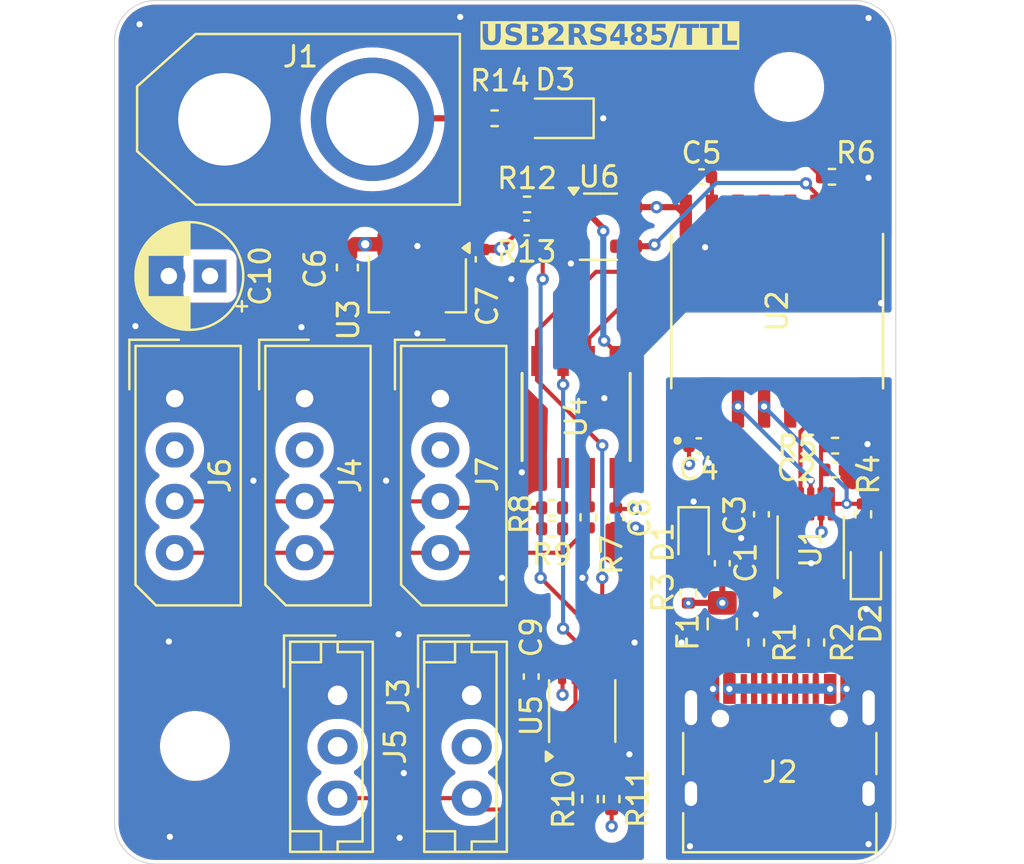
<source format=kicad_pcb>
(kicad_pcb (version 20240108) (generator "pcbnew") (generator_version "8.0")
  (layers (0 "F.Cu" signal) (1 "In1.Cu" signal) (2 "In2.Cu" signal) (31 "B.Cu" signal) (34 "B.Paste" user) (35 "F.Paste" user) (36 "B.SilkS" user "B.Silkscreen") (37 "F.SilkS" user "F.Silkscreen") (38 "B.Mask" user) (39 "F.Mask" user) (44 "Edge.Cuts" user))
  (net 0 "")
  (net 1 "GND")
  (net 2 "+5V")
  (net 3 "Net-(U1-V3)")
  (net 4 "+5VP")
  (net 5 "GNDPWR")
  (net 6 "+12V")
  (net 7 "Net-(D1-A)")
  (net 8 "Net-(D2-A)")
  (net 9 "Net-(F1-Pad1)")
  (net 10 "/D+")
  (net 12 "Net-(J2-CC2)")
  (net 14 "Net-(J2-CC1)")
  (net 15 "/D-")
  (net 16 "/DATA")
  (net 17 "/B")
  (net 18 "/A")
  (net 19 "/TXNOW")
  (net 20 "Net-(U2-EN1)")
  (net 21 "Net-(U2-EN2)")
  (net 22 "Net-(U4-B)")
  (net 23 "Net-(U4-A)")
  (net 24 "Net-(U5-A1)")
  (net 25 "Net-(U4-RO)")
  (net 26 "Net-(U5-Y1)")
  (net 27 "/TXD")
  (net 29 "/RXD")
  (net 33 "/TX")
  (net 34 "/TXEN")
  (net 35 "/RX")
  (net 36 "Net-(D3-A)")
  (footprint "Capacitor_SMD:C_0402_1005Metric" (layer "F.Cu") (at 74.8284 77.5488 -90)
    (property "Reference" "C8")
    (property "Value" "0.1u")
  )
  (footprint "Resistor_SMD:R_0402_1005Metric" (layer "F.Cu") (at 73.491 77.52515 -90)
    (property "Reference" "R7")
    (property "Value" "10")
  )
  (footprint "MountingHole:MountingHole_3.2mm_M3" (layer "F.Cu") (at 54.356 88.646)
    (property "Reference" "REF**" (hide yes))
    (property "Value" "MountingHole_3.2mm_M3")
  )
  (footprint "LED_SMD:LED_0603_1608Metric" (layer "F.Cu") (at 86.993 80.0185 90)
    (property "Reference" "D2")
    (property "Value" "LED_Small")
  )
  (footprint "Resistor_SMD:R_0402_1005Metric" (layer "F.Cu") (at 86.866 77.379 -90)
    (property "Reference" "R4")
    (property "Value" "470")
  )
  (footprint "Resistor_SMD:R_0402_1005Metric" (layer "F.Cu") (at 85.342 60.96 180)
    (property "Reference" "R6")
    (property "Value" "4k7")
  )
  (footprint "Connector_JST:JST_EH_B3B-EH-A_1x03_P2.50mm_Vertical" (layer "F.Cu") (at 67.818 86.186 -90)
    (property "Reference" "J3")
    (property "Value" "Conn_01x03")
  )
  (footprint "LED_SMD:LED_0603_1608Metric" (layer "F.Cu") (at 78.611 78.52 -90)
    (property "Reference" "D1")
    (property "Value" "LED_Small")
  )
  (footprint "Resistor_SMD:R_0402_1005Metric" (layer "F.Cu") (at 78.357 81.187 90)
    (property "Reference" "R3")
    (property "Value" "4k7")
  )
  (footprint "Capacitor_SMD:C_0603_1608Metric" (layer "F.Cu") (at 61.7714 65.3724 -90)
    (property "Reference" "C6")
    (property "Value" "0.33u")
  )
  (footprint "LED_SMD:LED_0805_2012Metric_Pad1.15x1.40mm_HandSolder" (layer "F.Cu") (at 71.891 58.1152 180)
    (property "Reference" "D3")
    (property "Value" "Green")
  )
  (footprint "Connector_JST:JST_EH_B3B-EH-A_1x03_P2.50mm_Vertical" (layer "F.Cu") (at 61.298 86.186 -90)
    (property "Reference" "J5")
    (property "Value" "Conn_01x03")
  )
  (footprint "Resistor_SMD:R_0402_1005Metric" (layer "F.Cu") (at 84.582 83.6148 90)
    (property "Reference" "R2")
    (property "Value" "5k1")
  )
  (footprint "Capacitor_SMD:C_0402_1005Metric" (layer "F.Cu") (at 78.867 74.041)
    (property "Reference" "C4")
    (property "Value" "0.1u")
  )
  (footprint "Resistor_SMD:R_0402_1005Metric" (layer "F.Cu") (at 71.7296 77.0636 180)
    (property "Reference" "R8")
    (property "Value" "10")
  )
  (footprint "Connector_Molex:Molex_SPOX_5267-04A_1x04_P2.50mm_Vertical" (layer "F.Cu") (at 53.375 71.748 -90)
    (property "Reference" "J6")
    (property "Value" "Conn_01x04")
  )
  (footprint "Capacitor_SMD:C_0402_1005Metric" (layer "F.Cu") (at 85.4736 75.218)
    (property "Reference" "C2")
    (property "Value" "0.1u")
  )
  (footprint "Package_TO_SOT_SMD:SOT-89-3" (layer "F.Cu") (at 65.1764 66.1924 -90)
    (property "Reference" "U3")
    (property "Value" "78L05G-AB3-R")
  )
  (footprint "Connector_Molex:Molex_SPOX_5267-04A_1x04_P2.50mm_Vertical" (layer "F.Cu") (at 59.69 71.748 -90)
    (property "Reference" "J4")
    (property "Value" "Conn_01x04")
  )
  (footprint "Capacitor_SMD:C_0402_1005Metric" (layer "F.Cu") (at 81.913 77.377 -90)
    (property "Reference" "C3")
    (property "Value" "0.1u")
  )
  (footprint "Package_SO:MSOP-8_3x3mm_P0.65mm" (layer "F.Cu") (at 73.193 86.9485 90)
    (property "Reference" "U5")
    (property "Value" "TC7WH241FK")
  )
  (footprint "Package_TO_SOT_SMD:SOT-23-5_HandSoldering" (layer "F.Cu") (at 73.9801 63.3882)
    (property "Reference" "U6")
    (property "Value" "74AHC1G08")
  )
  (footprint "Resistor_SMD:R_0402_1005Metric" (layer "F.Cu") (at 74.6252 91.2302 -90)
    (property "Reference" "R11")
    (property "Value" "220k")
  )
  (footprint "Capacitor_SMD:C_0402_1005Metric" (layer "F.Cu") (at 70.4876 63.4492 180)
    (property "Reference" "R13")
    (property "Value" "10k")
  )
  (footprint "SP485EEN-L/TR:NSOIC-8" (layer "F.Cu") (at 72.898 72.644 -90)
    (property "Reference" "U4")
    (property "Value" "SP485EEN-L/TR")
  )
  (footprint "Capacitor_SMD:C_0402_1005Metric" (layer "F.Cu") (at 80.008 79.762 90)
    (property "Reference" "C1")
    (property "Value" "4n7")
  )
  (footprint "Capacitor_SMD:C_0402_1005Metric" (layer "F.Cu") (at 68.3754 64.9764 -90)
    (property "Reference" "C7")
    (property "Value" "0.1u")
  )
  (footprint "Resistor_SMD:R_0402_1005Metric" (layer "F.Cu") (at 70.5104 62.3062 180)
    (property "Reference" "R12")
    (property "Value" "10k")
  )
  (footprint "Connector_USB:USB_C_Receptacle_HRO_TYPE-C-31-M-12" (layer "F.Cu") (at 82.804 89.916)
    (property "Reference" "J2")
    (property "Value" "USB_C_Receptacle_USB2.0_16P")
  )
  (footprint "Connector_AMASS:AMASS_XT60-F_1x02_P7.20mm_Vertical" (layer "F.Cu") (at 55.792 58.166)
    (property "Reference" "J1")
    (property "Value" "XT60")
  )
  (footprint "Connector_Molex:Molex_SPOX_5267-04A_1x04_P2.50mm_Vertical" (layer "F.Cu") (at 66.294 71.748 -90)
    (property "Reference" "J7")
    (property "Value" "Conn_01x04")
  )
  (footprint "Resistor_SMD:R_0402_1005Metric" (layer "F.Cu") (at 85.4944 74.041)
    (property "Reference" "R5")
    (property "Value" "4k7")
  )
  (footprint "Resistor_SMD:R_0402_1005Metric" (layer "F.Cu") (at 81.659 83.6148 90)
    (property "Reference" "R1")
    (property "Value" "5k1")
  )
  (footprint "Fuse:Fuse_0805_2012Metric_Pad1.15x1.40mm_HandSolder" (layer "F.Cu") (at 80.008 82.711 90)
    (property "Reference" "F1")
    (property "Value" "Resettable Fuse")
  )
  (footprint "Resistor_SMD:R_0402_1005Metric" (layer "F.Cu") (at 73.571 91.2282 -90)
    (property "Reference" "R10")
    (property "Value" "10")
  )
  (footprint "MountingHole:MountingHole_3.2mm_M3" (layer "F.Cu") (at 83.2612 56.5912)
    (property "Reference" "REF**" (hide yes))
    (property "Value" "MountingHole_3.2mm_M3")
  )
  (footprint "Resistor_SMD:R_0402_1005Metric" (layer "F.Cu") (at 71.7316 78.0796)
    (property "Reference" "R9")
    (property "Value" "150")
  )
  (footprint "Capacitor_SMD:C_0402_1005Metric" (layer "F.Cu") (at 70.7136 85.2704 -90)
    (property "Reference" "C9")
    (property "Value" "0.1u")
  )
  (footprint "Capacitor_SMD:C_0402_1005Metric" (layer "F.Cu") (at 78.9966 60.96)
    (property "Reference" "C5")
    (property "Value" "0.1u")
  )
  (footprint "Capacitor_THT:CP_Radial_D5.0mm_P2.00mm" (layer "F.Cu") (at 55.086 65.786 180)
    (property "Reference" "C10")
    (property "Value" "47u")
  )
  (footprint "Resistor_SMD:R_0402_1005Metric" (layer "F.Cu") (at 68.9336 58.1152)
    (property "Reference" "R14")
    (property "Value" "10k")
  )
  (footprint "ISO7741DWR:SOIC127P1030X265-16N" (layer "F.Cu") (at 82.677 67.496 90)
    (property "Reference" "U2")
    (property "Value" "ISO7741DWR")
  )
  (footprint "Package_SO:MSOP-10_3x3mm_P0.5mm" (layer "F.Cu") (at 84.31 78.9815 90)
    (property "Reference" "U1")
    (property "Value" "CH340E")
  )
  (gr_line (start 52.4436 52.3864) (end 86.4436 52.3864) (stroke (width 0.05)) (layer "Edge.Cuts"))
  (gr_arc (start 86.4436 52.3864) (mid 87.857814 52.972186) (end 88.4436 54.3864) (stroke (width 0.05)) (layer "Edge.Cuts"))
  (gr_line (start 86.4436 94.3864) (end 52.4436 94.3864) (stroke (width 0.05)) (layer "Edge.Cuts"))
  (gr_line (start 50.4436 92.3864) (end 50.4436 54.3864) (stroke (width 0.05)) (layer "Edge.Cuts"))
  (gr_arc (start 88.4436 92.3864) (mid 87.857814 93.800614) (end 86.4436 94.3864) (stroke (width 0.05)) (layer "Edge.Cuts"))
  (gr_arc (start 52.4436 94.3864) (mid 51.029386 93.800614) (end 50.4436 92.3864) (stroke (width 0.05)) (layer "Edge.Cuts"))
  (gr_line (start 88.4436 54.3864) (end 88.4436 92.3864) (stroke (width 0.05)) (layer "Edge.Cuts"))
  (gr_arc (start 50.4436 54.3864) (mid 51.029386 52.972186) (end 52.4436 52.3864) (stroke (width 0.05)) (layer "Edge.Cuts"))
  (gr_text "USB2RS485/TTL" (at 68.2244 54.7116 0) (layer "F.SilkS" knockout) (effects (font (size 1 1) (thickness 0.2) (bold yes)) (justify left bottom)))
  (segment (start 78.611 77.7325) (end 78.611 76.7588) (width 0.2) (layer "F.Cu") (net 1))
  (segment (start 79.502 73.886) (end 79.347 74.041) (width 0.2) (layer "F.Cu") (net 1))
  (segment (start 84.582 82.3468) (end 84.582 82.963) (width 0.2) (layer "F.Cu") (net 1))
  (segment (start 81.659 82.2686) (end 81.6356 82.2452) (width 0.2) (layer "F.Cu") (net 1))
  (segment (start 80.9244 78.5368) (end 80.1792 79.282) (width 0.2) (layer "F.Cu") (net 1))
  (segment (start 84.582 82.296) (end 84.582 82.3468) (width 0.2) (layer "F.Cu") (net 1))
  (segment (start 87.122 73.914) (end 87.122 72.136) (width 0.2) (layer "F.Cu") (net 1))
  (segment (start 81.659 83.1048) (end 81.659 82.2686) (width 0.2) (layer "F.Cu") (net 1))
  (segment (start 85.9536 75.218) (end 85.9536 75.0824) (width 0.2) (layer "F.Cu") (net 1))
  (segment (start 79.3496 74.8792) (end 79.3496 74.0436) (width 0.2) (layer "F.Cu") (net 1))
  (segment (start 81.0768 78.5368) (end 81.7566 77.857) (width 0.2) (layer "F.Cu") (net 1))
  (segment (start 84.31 81.094) (end 84.31 82.024) (width 0.2) (layer "F.Cu") (net 1))
  (segment (start 87.0204 80.8334) (end 86.993 80.806) (width 0.2) (layer "F.Cu") (net 1))
  (segment (start 80.9244 78.5368) (end 81.0768 78.5368) (width 0.2) (layer "F.Cu") (net 1))
  (segment (start 84.31 82.024) (end 84.582 82.296) (width 0.2) (layer "F.Cu") (net 1))
  (segment (start 85.9536 75.0824) (end 87.0712 73.9648) (width 0.2) (layer "F.Cu") (net 1))
  (segment (start 79.3496 74.0436) (end 79.347 74.041) (width 0.2) (layer "F.Cu") (net 1))
  (segment (start 79.502 72.136) (end 79.502 73.886) (width 0.2) (layer "F.Cu") (net 1))
  (segment (start 80.1792 79.282) (end 80.008 79.282) (width 0.2) (layer "F.Cu") (net 1))
  (segment (start 81.7566 77.857) (end 81.913 77.857) (width 0.2) (layer "F.Cu") (net 1))
  (segment (start 87.0204 81.9912) (end 87.0204 80.8334) (width 0.2) (layer "F.Cu") (net 1))
  (segment (start 84.328 79.756) (end 84.328 81.076) (width 0.2) (layer "F.Cu") (net 1))
  (segment (start 84.582 82.963) (end 84.58 82.965) (width 0.2) (layer "F.Cu") (net 1))
  (segment (start 84.328 81.076) (end 84.31 81.094) (width 0.2) (layer "F.Cu") (net 1))
  (segment (start 87.0712 73.9648) (end 87.122 73.914) (width 0.2) (layer "F.Cu") (net 1))
  (via (at 81.6356 82.2452) (size 0.6) (drill 0.3) (layers "F.Cu" "B.Cu") (net 1))
  (via (at 78.4352 93.5228) (size 0.6) (drill 0.3) (layers "F.Cu" "B.Cu") (net 1))
  (via (at 87.0712 73.9648) (size 0.6) (drill 0.3) (layers "F.Cu" "B.Cu") (net 1))
  (via (at 87.122 93.4212) (size 0.6) (drill 0.3) (layers "F.Cu" "B.Cu") (net 1))
  (via (at 86.054 85.871) (size 0.6) (drill 0.3) (layers "F.Cu" "B.Cu") (net 1))
  (via (at 80.9244 78.5368) (size 0.6) (drill 0.3) (layers "F.Cu" "B.Cu") (net 1))
  (via (at 84.328 79.756) (size 0.6) (drill 0.3) (layers "F.Cu" "B.Cu") (net 1))
  (via (at 78.0288 83.6168) (size 0.6) (drill 0.3) (layers "F.Cu" "B.Cu") (net 1))
  (via (at 79.3496 74.8792) (size 0.6) (drill 0.3) (layers "F.Cu" "B.Cu") (net 1))
  (via (at 78.611 76.7588) (size 0.6) (drill 0.3) (layers "F.Cu" "B.Cu") (net 1))
  (via (at 87.0204 81.9912) (size 0.6) (drill 0.3) (layers "F.Cu" "B.Cu") (net 1))
  (via (at 79.554 85.871) (size 0.6) (drill 0.3) (layers "F.Cu" "B.Cu") (net 1))
  (segment (start 84.81 78.206) (end 84.81 76.869) (width 0.2) (layer "F.Cu") (net 2))
  (segment (start 84.81 74.067) (end 84.836 74.041) (width 0.2) (layer "F.Cu") (net 2))
  (segment (start 84.836 78.232) (end 84.81 78.206) (width 0.2) (layer "F.Cu") (net 2))
  (segment (start 80.008 81.686) (end 78.368 81.686) (width 0.3) (layer "F.Cu") (net 2))
  (segment (start 80.008 81.686) (end 80.008 80.242) (width 0.3) (layer "F.Cu") (net 2))
  (segment (start 84.81 76.869) (end 84.81 74.067) (width 0.2) (layer "F.Cu") (net 2))
  (segment (start 78.387 74.9326) (end 78.387 74.041) (width 0.2) (layer "F.Cu") (net 2))
  (segment (start 78.368 81.686) (end 78.357 81.697) (width 0.3) (layer "F.Cu") (net 2))
  (segment (start 78.232 73.886) (end 78.387 74.041) (width 0.2) (layer "F.Cu") (net 2))
  (segment (start 78.232 72.136) (end 78.232 73.886) (width 0.2) (layer "F.Cu") (net 2))
  (segment (start 84.81 75.242) (end 84.834 75.218) (width 0.2) (layer "F.Cu") (net 2))
  (via (at 84.836 78.232) (size 0.6) (drill 0.3) (layers "F.Cu" "B.Cu") (net 2))
  (via (at 78.387 74.9326) (size 0.6) (drill 0.3) (layers "F.Cu" "B.Cu") (net 2))
  (via (at 78.357 81.697) (size 0.5) (drill 0.2) (layers "F.Cu" "B.Cu") (net 2))
  (via (at 80.008 81.686) (size 0.6) (drill 0.3) (layers "F.Cu" "B.Cu") (net 2))
  (segment (start 83.31 76.869) (end 81.941 76.869) (width 0.2) (layer "F.Cu") (net 3))
  (segment (start 81.941 76.869) (end 81.913 76.897) (width 0.2) (layer "F.Cu") (net 3))
  (segment (start 70.0076 63.4492) (end 70.0076 62.3134) (width 0.2) (layer "F.Cu") (net 4))
  (segment (start 70.904 84.8242) (end 72.2062 84.8242) (width 0.2) (layer "F.Cu") (net 4))
  (segment (start 68.1214 64.2424) (end 68.3754 64.4964) (width 0.4) (layer "F.Cu") (net 4))
  (segment (start 72.2376 84.8556) (end 72.218 84.836) (width 0.2) (layer "F.Cu") (net 4))
  (segment (start 69.2404 64.4652) (end 68.4066 64.4652) (width 0.4) (layer "F.Cu") (net 4))
  (segment (start 74.874 77.1144) (end 74.8284 77.0688) (width 0.2) (layer "F.Cu") (net 4))
  (segment (start 77.8142 62.4382) (end 78.232 62.856) (width 0.3) (layer "F.Cu") (net 4))
  (segment (start 78.232 62.856) (end 78.232 61.2446) (width 0.2) (layer "F.Cu") (net 4))
  (segment (start 78.5166 60.96) (end 79.2786 60.198) (width 0.2) (layer "F.Cu") (net 4))
  (segment (start 66.6764 64.2424) (end 68.1214 64.2424) (width 0.4) (layer "F.Cu") (net 4))
  (segment (start 74.803 75.36815) (end 74.803 77.0434) (width 0.2) (layer "F.Cu") (net 4))
  (segment (start 72.2376 86.1568) (end 72.2376 84.8556) (width 0.2) (layer "F.Cu") (net 4))
  (segment (start 84.07 60.198) (end 84.832 60.96) (width 0.2) (layer "F.Cu") (net 4))
  (segment (start 75.7936 77.1144) (end 74.874 77.1144) (width 0.2) (layer "F.Cu") (net 4))
  (segment (start 75.3301 62.4382) (end 76.8096 62.4382) (width 0.3) (layer "F.Cu") (net 4))
  (segment (start 79.2786 60.198) (end 84.07 60.198) (width 0.2) (layer "F.Cu") (net 4))
  (segment (start 74.6252 92.5576) (end 74.6252 91.7402) (width 0.2) (layer "F.Cu") (net 4))
  (segment (start 76.8096 62.4382) (end 77.8142 62.4382) (width 0.3) (layer "F.Cu") (net 4))
  (segment (start 70.0076 63.4492) (end 70.0076 63.698) (width 0.2) (layer "F.Cu") (net 4))
  (segment (start 72.2062 84.8242) (end 72.218 84.836) (width 0.2) (layer "F.Cu") (net 4))
  (segment (start 74.803 77.0434) (end 74.8284 77.0688) (width 0.2) (layer "F.Cu") (net 4))
  (segment (start 68.4066 64.4652) (end 68.3754 64.4964) (width 0.4) (layer "F.Cu") (net 4))
  (segment (start 70.0076 63.698) (end 69.2404 64.4652) (width 0.2) (layer "F.Cu") (net 4))
  (segment (start 70.0076 62.3134) (end 70.0004 62.3062) (width 0.2) (layer "F.Cu") (net 4))
  (segment (start 78.232 61.2446) (end 78.5166 60.96) (width 0.2) (layer "F.Cu") (net 4))
  (via (at 69.2404 64.4652) (size 0.7) (drill 0.4) (layers "F.Cu" "B.Cu") (net 4))
  (via (at 75.7936 77.1144) (size 0.6) (drill 0.3) (layers "F.Cu" "B.Cu") (net 4))
  (via (at 74.6252 92.5576) (size 0.6) (drill 0.3) (layers "F.Cu" "B.Cu") (net 4))
  (via (at 72.2376 86.1568) (size 0.6) (drill 0.3) (layers "F.Cu" "B.Cu") (net 4))
  (via (at 76.8096 62.4382) (size 0.6) (drill 0.3) (layers "F.Cu" "B.Cu") (net 4))
  (segment (start 61.7714 66.1474) (end 67.6844 66.1474) (width 0.4) (layer "F.Cu") (net 5))
  (segment (start 87.122 61.0108) (end 87.122 62.856) (width 0.2) (layer "F.Cu") (net 5))
  (segment (start 74.2188 58.1152) (end 72.916 58.1152) (width 0.2) (layer "F.Cu") (net 5))
  (segment (start 79.1718 64.389) (end 79.502 64.0588) (width 0.2) (layer "F.Cu") (net 5))
  (segment (start 67.6844 66.1474) (end 68.3754 65.4564) (width 0.4) (layer "F.Cu") (net 5))
  (segment (start 70.7136 85.7504) (end 68.2536 85.7504) (width 0.2) (layer "F.Cu") (net 5))
  (segment (start 75.7936 78.0288) (end 74.8284 78.0288) (width 0.2) (layer "F.Cu") (net 5))
  (segment (start 70.2564 75.3364) (end 70.96125 75.3364) (width 0.2) (layer "F.Cu") (net 5))
  (segment (start 79.502 62.856) (end 79.502 60.9854) (width 0.2) (layer "F.Cu") (net 5))
  (segment (start 65.1764 68.58) (end 65.1764 64.3299) (width 0.2) (layer "F.Cu") (net 5))
  (segment (start 79.502 64.0588) (end 79.502 62.856) (width 0.2) (layer "F.Cu") (net 5))
  (segment (start 79.502 60.9854) (end 79.4766 60.96) (width 0.2) (layer "F.Cu") (net 5))
  (segment (start 75.4888 89.0524) (end 74.1766 89.0524) (width 0.2) (layer "F.Cu") (net 5))
  (segment (start 74.1766 89.0524) (end 74.168 89.061) (width 0.2) (layer "F.Cu") (net 5))
  (segment (start 72.6301 65.1625) (end 72.644 65.1764) (width 0.2) (layer "F.Cu") (net 5))
  (segment (start 72.6301 64.3382) (end 72.6301 65.1625) (width 0.2) (layer "F.Cu") (net 5))
  (segment (start 68.2536 85.7504) (end 67.818 86.186) (width 0.2) (layer "F.Cu") (net 5))
  (segment (start 70.96125 75.3364) (end 70.993 75.36815) (width 0.2) (layer "F.Cu") (net 5))
  (via (at 87.7316 67.1068) (size 0.6) (drill 0.3) (layers "F.Cu" "B.Cu") (net 5))
  (via (at 72.644 65.1764) (size 0.6) (drill 0.3) (layers "F.Cu" "B.Cu") (net 5))
  (via (at 63.6524 75.7428) (size 0.6) (drill 0.3) (layers "F.Cu" "B.Cu") (net 5))
  (via (at 79.1718 64.389) (size 0.6) (drill 0.3) (layers "F.Cu" "B.Cu") (net 5))
  (via (at 73.2028 80.4672) (size 0.6) (drill 0.3) (layers "F.Cu" "B.Cu") (net 5))
  (via (at 51.6636 53.5432) (size 0.6) (drill 0.3) (layers "F.Cu" "B.Cu") (net 5))
  (via (at 75.7936 78.0288) (size 0.6) (drill 0.3) (layers "F.Cu" "B.Cu") (net 5))
  (via (at 74.2188 58.1152) (size 0.6) (drill 0.3) (layers "F.Cu" "B.Cu") (net 5))
  (via (at 64.262 83.2104) (size 0.6) (drill 0.3) (layers "F.Cu" "B.Cu") (net 5))
  (via (at 65.1764 64.3299) (size 0.6) (drill 0.3) (layers "F.Cu" "B.Cu") (net 5))
  (via (at 64.3128 93.1164) (size 0.6) (drill 0.3) (layers "F.Cu" "B.Cu") (net 5))
  (via (at 67.2592 53.1876) (size 0.6) (drill 0.3) (layers "F.Cu" "B.Cu") (net 5))
  (via (at 74.2696 71.7296) (size 0.6) (drill 0.3) (layers "F.Cu" "B.Cu") (net 5))
  (via (at 87.122 61.0108) (size 0.6) (drill 0.3) (layers "F.Cu" "B.Cu") (net 5))
  (via (at 51.4604 68.2244) (size 0.6) (drill 0.3) (layers "F.Cu" "B.Cu") (net 5))
  (via (at 70.2564 75.3364) (size 0.6) (drill 0.3) (layers "F.Cu" "B.Cu") (net 5))
  (via (at 87.122 53.2384) (size 0.6) (drill 0.3) (layers "F.Cu" "B.Cu") (net 5))
  (via (at 69.7484 65.9384) (size 0.6) (drill 0.3) (layers "F.Cu" "B.Cu") (net 5))
  (via (at 57.2008 75.7428) (size 0.6) (drill 0.3) (layers "F.Cu" "B.Cu") (net 5))
  (via (at 69.2912 80.4672) (size 0.6) (drill 0.3) (layers "F.Cu" "B.Cu") (net 5))
  (via (at 64.516 89.9668) (size 0.6) (drill 0.3) (layers "F.Cu" "B.Cu") (net 5))
  (via (at 53.1368 93.0656) (size 0.6) (drill 0.3) (layers "F.Cu" "B.Cu") (net 5))
  (via (at 53.086 83.566) (size 0.6) (drill 0.3) (layers "F.Cu" "B.Cu") (net 5))
  (via (at 75.7428 83.6168) (size 0.6) (drill 0.3) (layers "F.Cu" "B.Cu") (net 5))
  (via (at 75.4888 89.0524) (size 0.6) (drill 0.3) (layers "F.Cu" "B.Cu") (net 5))
  (via (at 65.1764 68.58) (size 0.6) (drill 0.3) (layers "F.Cu" "B.Cu") (net 5))
  (via (at 59.5376 68.2752) (size 0.6) (drill 0.3) (layers "F.Cu" "B.Cu") (net 5))
  (segment (start 63.0428 58.1152) (end 62.992 58.166) (width 0.3) (layer "F.Cu") (net 6))
  (segment (start 63.6764 64.2424) (end 62.6364 64.2424) (width 0.7) (layer "F.Cu") (net 6))
  (segment (start 62.1264 64.2424) (end 61.7714 64.5974) (width 0.7) (layer "F.Cu") (net 6))
  (segment (start 68.4236 58.1152) (end 63.0428 58.1152) (width 0.3) (layer "F.Cu") (net 6))
  (segment (start 62.6364 64.2424) (end 62.1264 64.2424) (width 0.7) (layer "F.Cu") (net 6))
  (via (at 62.6364 64.2424) (size 0.7) (drill 0.4) (layers "F.Cu" "B.Cu") (net 6))
  (segment (start 78.611 80.423) (end 78.357 80.677) (width 0.3) (layer "F.Cu") (net 7))
  (segment (start 78.611 79.3075) (end 78.611 80.423) (width 0.3) (layer "F.Cu") (net 7))
  (segment (start 86.866 79.104) (end 86.993 79.231) (width 0.2) (layer "F.Cu") (net 8))
  (segment (start 86.866 77.889) (end 86.866 79.104) (width 0.2) (layer "F.Cu") (net 8))
  (segment (start 80.354 84.082) (end 80.008 83.736) (width 0.5) (layer "F.Cu") (net 9))
  (segment (start 80.354 85.871) (end 80.354 84.082) (width 0.5) (layer "F.Cu") (net 9))
  (via (at 85.254 85.871) (size 0.6) (drill 0.3) (layers "F.Cu" "B.Cu") (net 9))
  (via (at 80.354 85.871) (size 0.6) (drill 0.3) (layers "F.Cu" "B.Cu") (net 9))
  (segment (start 85.235 85.852) (end 85.254 85.871) (width 0.5) (layer "B.Cu") (net 9))
  (segment (start 80.373 85.852) (end 85.235 85.852) (width 0.5) (layer "B.Cu") (net 9))
  (segment (start 80.354 85.871) (end 80.373 85.852) (width 0.5) (layer "B.Cu") (net 9))
  (segment (start 82.548 82.584) (end 82.548 84.235) (width 0.2) (layer "F.Cu") (net 10))
  (segment (start 83.004 86.896) (end 83.054 86.846) (width 0.2) (layer "F.Cu") (net 10))
  (segment (start 83.31 81.094) (end 83.31 81.822) (width 0.2) (layer "F.Cu") (net 10))
  (segment (start 83.054 86.846) (end 83.054 85.871) (width 0.2) (layer "F.Cu") (net 10))
  (segment (start 82.054 86.846) (end 82.104 86.896) (width 0.2) (layer "F.Cu") (net 10))
  (segment (start 82.054 85.871) (end 82.054 86.846) (width 0.2) (layer "F.Cu") (net 10))
  (segment (start 82.054 84.729) (end 82.054 85.871) (width 0.2) (layer "F.Cu") (net 10))
  (segment (start 83.31 81.822) (end 82.548 82.584) (width 0.2) (layer "F.Cu") (net 10))
  (segment (start 82.104 86.896) (end 83.004 86.896) (width 0.2) (layer "F.Cu") (net 10))
  (segment (start 82.548 84.235) (end 82.054 84.729) (width 0.2) (layer "F.Cu") (net 10))
  (segment (start 84.554 85.871) (end 84.554 84.011) (width 0.2) (layer "F.Cu") (net 12))
  (segment (start 84.554 84.011) (end 84.58 83.985) (width 0.2) (layer "F.Cu") (net 12))
  (segment (start 81.554 85.871) (end 81.554 84.09) (width 0.3) (layer "F.Cu") (net 14))
  (segment (start 81.554 84.09) (end 81.659 83.985) (width 0.3) (layer "F.Cu") (net 14))
  (segment (start 82.554 84.896) (end 82.604 84.846) (width 0.2) (layer "F.Cu") (net 15))
  (segment (start 83.554 83.667685) (end 83.554 85.871) (width 0.2) (layer "F.Cu") (net 15))
  (segment (start 83.554 84.896) (end 83.554 85.871) (width 0.2) (layer "F.Cu") (net 15))
  (segment (start 82.604 84.846) (end 83.504 84.846) (width 0.2) (layer "F.Cu") (net 15))
  (segment (start 82.554 85.871) (end 82.554 84.896) (width 0.2) (layer "F.Cu") (net 15))
  (segment (start 83.81 81.094) (end 83.81 83.411685) (width 0.2) (layer "F.Cu") (net 15))
  (segment (start 83.504 84.846) (end 83.554 84.896) (width 0.2) (layer "F.Cu") (net 15))
  (segment (start 83.81 83.411685) (end 83.554 83.667685) (width 0.2) (layer "F.Cu") (net 15))
  (segment (start 67.818 91.186) (end 61.298 91.186) (width 0.2) (layer "F.Cu") (net 16))
  (segment (start 73.571 91.7382) (end 68.3702 91.7382) (width 0.2) (layer "F.Cu") (net 16))
  (segment (start 68.3702 91.7382) (end 67.818 91.186) (width 0.2) (layer "F.Cu") (net 16))
  (segment (start 66.294 79.248) (end 53.375 79.248) (width 0.2) (layer "F.Cu") (net 17))
  (segment (start 72.2416 79.21145) (end 72.27815 79.248) (width 0.2) (layer "F.Cu") (net 17))
  (segment (start 73.491 78.03515) (end 72.27815 79.248) (width 0.2) (layer "F.Cu") (net 17))
  (segment (start 72.27815 79.248) (end 66.294 79.248) (width 0.2) (layer "F.Cu") (net 17))
  (segment (start 72.2416 78.0796) (end 72.2416 79.21145) (width 0.2) (layer "F.Cu") (net 17))
  (segment (start 71.2196 77.0636) (end 66.6096 77.0636) (width 0.2) (layer "F.Cu") (net 18))
  (segment (start 71.2216 77.0656) (end 71.2196 77.0636) (width 0.2) (layer "F.Cu") (net 18))
  (segment (start 71.2216 78.0796) (end 71.2216 77.0656) (width 0.2) (layer "F.Cu") (net 18))
  (segment (start 66.6096 77.0636) (end 66.294 76.748) (width 0.2) (layer "F.Cu") (net 18))
  (segment (start 53.375 76.748) (end 66.294 76.748) (width 0.2) (layer "F.Cu") (net 18))
  (segment (start 85.31 76.869) (end 86.0552 76.869) (width 0.2) (layer "F.Cu") (net 19))
  (segment (start 86.0552 76.869) (end 86.866 76.869) (width 0.2) (layer "F.Cu") (net 19))
  (via (at 86.0552 76.869) (size 0.5) (drill 0.25) (layers "F.Cu" "B.Cu") (net 19))
  (via (at 82.042 72.136) (size 0.6) (drill 0.3) (layers "F.Cu" "B.Cu") (net 19))
  (segment (start 86.0552 76.1492) (end 82.042 72.136) (width 0.2) (layer "B.Cu") (net 19))
  (segment (start 86.0552 76.869) (end 86.0552 76.1492) (width 0.2) (layer "B.Cu") (net 19))
  (segment (start 85.856 74.041) (end 85.856 72.14) (width 0.2) (layer "F.Cu") (net 20))
  (segment (start 85.856 72.14) (end 85.852 72.136) (width 0.2) (layer "F.Cu") (net 20))
  (segment (start 85.852 62.856) (end 85.852 60.96) (width 0.2) (layer "F.Cu") (net 21))
  (segment (start 73.533 76.97315) (end 73.491 77.01515) (width 0.2) (layer "F.Cu") (net 22))
  (segment (start 73.533 75.36815) (end 73.533 76.97315) (width 0.2) (layer "F.Cu") (net 22))
  (segment (start 72.263 77.0402) (end 72.2396 77.0636) (width 0.2) (layer "F.Cu") (net 23))
  (segment (start 72.263 75.36815) (end 72.263 77.0402) (width 0.2) (layer "F.Cu") (net 23))
  (segment (start 73.569 90.7202) (end 73.571 90.7182) (width 0.2) (layer "F.Cu") (net 24))
  (segment (start 72.868 89.061) (end 73.518 89.061) (width 0.2) (layer "F.Cu") (net 24))
  (segment (start 73.571 90.7182) (end 73.571 89.114) (width 0.2) (layer "F.Cu") (net 24))
  (segment (start 73.573 90.7202) (end 73.571 90.7182) (width 0.2) (layer "F.Cu") (net 24))
  (segment (start 74.6252 90.7202) (end 73.573 90.7202) (width 0.2) (layer "F.Cu") (net 24))
  (segment (start 73.571 89.114) (end 73.518 89.061) (width 0.2) (layer "F.Cu") (net 24))
  (segment (start 74.2188 63.6016) (end 74.2188 63.467612) (width 0.3) (layer "F.Cu") (net 25))
  (segment (start 74.803 69.469) (end 74.803 69.91985) (width 0.2) (layer "F.Cu") (net 25))
  (segment (start 73.189388 62.4382) (end 72.6301 62.4382) (width 0.3) (layer "F.Cu") (net 25))
  (segment (start 70.9696 62.3062) (end 72.4981 62.3062) (width 0.3) (layer "F.Cu") (net 25))
  (segment (start 74.2188 63.467612) (end 73.189388 62.4382) (width 0.3) (layer "F.Cu") (net 25))
  (segment (start 74.262065 68.928065) (end 74.803 69.469) (width 0.2) (layer "F.Cu") (net 25))
  (segment (start 72.4981 62.3062) (end 72.6301 62.4382) (width 0.3) (layer "F.Cu") (net 25))
  (via (at 74.2188 63.6016) (size 0.6) (drill 0.3) (layers "F.Cu" "B.Cu") (net 25))
  (via (at 74.262065 68.928065) (size 0.6) (drill 0.3) (layers "F.Cu" "B.Cu") (net 25))
  (segment (start 74.2188 63.6016) (end 74.2188 68.8848) (width 0.3) (layer "B.Cu") (net 25))
  (segment (start 74.2188 68.8848) (end 74.262065 68.928065) (width 0.3) (layer "B.Cu") (net 25))
  (segment (start 73.518 82.8144) (end 73.518 84.836) (width 0.2) (layer "F.Cu") (net 26))
  (segment (start 71.850101 63.3882) (end 72.6301 63.3882) (width 0.3) (layer "F.Cu") (net 26))
  (segment (start 71.1708 80.4672) (end 73.518 82.8144) (width 0.2) (layer "F.Cu") (net 26))
  (segment (start 72.5691 63.4492) (end 72.6301 63.3882) (width 0.3) (layer "F.Cu") (net 26))
  (segment (start 70.9676 63.4492) (end 72.5691 63.4492) (width 0.3) (layer "F.Cu") (net 26))
  (segment (start 71.2724 65.9384) (end 71.2724 63.965901) (width 0.2) (layer "F.Cu") (net 26))
  (segment (start 71.2724 63.965901) (end 71.850101 63.3882) (width 0.2) (layer "F.Cu") (net 26))
  (via (at 71.1708 80.4672) (size 0.6) (drill 0.3) (layers "F.Cu" "B.Cu") (net 26))
  (via (at 71.2724 65.9384) (size 0.6) (drill 0.3) (layers "F.Cu" "B.Cu") (net 26))
  (segment (start 71.2724 65.9384) (end 71.1708 66.04) (width 0.2) (layer "B.Cu") (net 26))
  (segment (start 71.1708 66.04) (end 71.1708 80.4672) (width 0.2) (layer "B.Cu") (net 26))
  (segment (start 84.31 76.869) (end 84.31 75.7428) (width 0.2) (layer "F.Cu") (net 27))
  (via (at 80.772 72.136) (size 0.6) (drill 0.3) (layers "F.Cu" "B.Cu") (net 27))
  (via (at 84.31 75.7428) (size 0.4) (drill 0.25) (layers "F.Cu" "B.Cu") (net 27))
  (segment (start 84.31 75.7428) (end 84.31 75.674) (width 0.2) (layer "B.Cu") (net 27))
  (segment (start 84.31 75.674) (end 80.772 72.136) (width 0.2) (layer "B.Cu") (net 27))
  (segment (start 83.81 76.869) (end 83.81 73.35041) (width 0.2) (layer "F.Cu") (net 29))
  (segment (start 83.81 73.35041) (end 84.582 72.57841) (width 0.2) (layer "F.Cu") (net 29))
  (segment (start 84.582 72.57841) (end 84.582 72.136) (width 0.2) (layer "F.Cu") (net 29))
  (segment (start 70.993 70.8501) (end 74.168 74.0251) (width 0.2) (layer "F.Cu") (net 33))
  (segment (start 70.993 69.91985) (end 70.993 70.8501) (width 0.2) (layer "F.Cu") (net 33))
  (segment (start 80.772 62.856) (end 80.772 63.885999) (width 0.2) (layer "F.Cu") (net 33))
  (segment (start 80.772 63.885999) (end 79.075199 65.5828) (width 0.2) (layer "F.Cu") (net 33))
  (segment (start 73.8632 65.5828) (end 70.993 68.453) (width 0.2) (layer "F.Cu") (net 33))
  (segment (start 74.168 80.4672) (end 74.168 84.836) (width 0.2) (layer "F.Cu") (net 33))
  (segment (start 70.993 68.453) (end 70.993 69.91985) (width 0.2) (layer "F.Cu") (net 33))
  (segment (start 79.075199 65.5828) (end 73.8632 65.5828) (width 0.2) (layer "F.Cu") (net 33))
  (via (at 74.168 74.0251) (size 0.6) (drill 0.3) (layers "F.Cu" "B.Cu") (net 33))
  (via (at 74.168 80.4672) (size 0.6) (drill 0.3) (layers "F.Cu" "B.Cu") (net 33))
  (segment (start 74.168 74.0251) (end 74.168 80.4672) (width 0.2) (layer "B.Cu") (net 33))
  (segment (start 79.481599 66.4464) (end 75.8952 66.4464) (width 0.2) (layer "F.Cu") (net 34))
  (segment (start 72.868 86.5932) (end 72.218 87.2432) (width 0.2) (layer "F.Cu") (net 34))
  (segment (start 72.263 69.91985) (end 72.263 71.0692) (width 0.2) (layer "F.Cu") (net 34))
  (segment (start 73.533 69.91985) (end 72.263 69.91985) (width 0.2) (layer "F.Cu") (net 34))
  (segment (start 82.042 62.856) (end 82.042 63.885999) (width 0.2) (layer "F.Cu") (net 34))
  (segment (start 72.868 83.536) (end 72.868 84.836) (width 0.2) (layer "F.Cu") (net 34))
  (segment (start 73.533 68.8086) (end 73.533 69.91985) (width 0.2) (layer "F.Cu") (net 34))
  (segment (start 82.042 63.885999) (end 79.481599 66.4464) (width 0.2) (layer "F.Cu") (net 34))
  (segment (start 72.218 87.2432) (end 72.218 89.061) (width 0.2) (layer "F.Cu") (net 34))
  (segment (start 72.868 84.836) (end 72.868 86.5932) (width 0.2) (layer "F.Cu") (net 34))
  (segment (start 72.263 82.931) (end 72.868 83.536) (width 0.2) (layer "F.Cu") (net 34))
  (segment (start 75.8952 66.4464) (end 73.533 68.8086) (width 0.2) (layer "F.Cu") (net 34))
  (via (at 72.263 82.931) (size 0.6) (drill 0.3) (layers "F.Cu" "B.Cu") (net 34))
  (via (at 72.263 71.0692) (size 0.6) (drill 0.3) (layers "F.Cu" "B.Cu") (net 34))
  (segment (start 72.263 82.931) (end 72.263 71.0692) (width 0.2) (layer "B.Cu") (net 34))
  (segment (start 84.582 61.787547) (end 84.582 62.856) (width 0.2) (layer "F.Cu") (net 35))
  (segment (start 76.6318 64.3382) (end 75.3301 64.3382) (width 0.3) (layer "F.Cu") (net 35))
  (segment (start 84.076899 61.282446) (end 84.582 61.787547) (width 0.2) (layer "F.Cu") (net 35))
  (segment (start 76.708 64.262) (end 76.6318 64.3382) (width 0.3) (layer "F.Cu") (net 35))
  (via (at 84.076899 61.282446) (size 0.6) (drill 0.3) (layers "F.Cu" "B.Cu") (net 35))
  (via (at 76.708 64.262) (size 0.6) (drill 0.3) (layers "F.Cu" "B.Cu") (net 35))
  (segment (start 84.059253 61.2648) (end 79.7052 61.2648) (width 0.2) (layer "B.Cu") (net 35))
  (segment (start 79.7052 61.2648) (end 76.708 64.262) (width 0.2) (layer "B.Cu") (net 35))
  (segment (start 84.076899 61.282446) (end 84.059253 61.2648) (width 0.2) (layer "B.Cu") (net 35))
  (segment (start 70.866 58.1152) (end 69.4436 58.1152) (width 0.3) (layer "F.Cu") (net 36))
  (zone (net 0) (net_name "") (layer "F.Cu") (connect_pads yes (clearance 0)) (min_thickness 0.25)
    (keepout (tracks allowed) (vias allowed) (pads allowed) (copperpour not_allowed) (footprints allowed))
    (fill (thermal_gap 0.5) (thermal_bridge_width 0.5))
    (polygon (pts (xy 78.3844 75.7428) (xy 77.2668 75.7428) (xy 77.2668 73.152) (xy 77.724 73.152)))
  )
  (zone (net 0) (net_name "") (layer "F.Cu") (connect_pads yes (clearance 0)) (min_thickness 0.25)
    (keepout (tracks allowed) (vias allowed) (pads allowed) (copperpour not_allowed) (footprints allowed))
    (fill (thermal_gap 0.5) (thermal_bridge_width 0.5))
    (polygon (pts (xy 85.6488 77.724) (xy 84.8868 79.0448) (xy 86.1568 79.0448) (xy 86.1568 77.724)))
  )
  (zone (net 0) (net_name "") (layer "F.Cu") (connect_pads yes (clearance 0)) (min_thickness 0.25)
    (keepout (tracks allowed) (vias allowed) (pads allowed) (copperpour not_allowed) (footprints allowed))
    (fill (thermal_gap 0.5) (thermal_bridge_width 0.5))
    (polygon (pts (xy 86.5124 64.008) (xy 88.2904 64.008) (xy 88.4428 67.564) (xy 78.232 67.564) (xy 76.2 69.6468) (xy 76.2 76.4032) (xy 75.5396 76.4032) (xy 71.4756 74.5744) (xy 71.5264 72.1868) (xy 70.2056 69.1388) (xy 70.2056 65.278) (xy 69.2404 65.3288) (xy 66.9036 63.0936) (xy 69.2404 61.5188) (xy 77.6224 61.5188) (xy 79.8068 59.7408) (xy 84.2772 59.5884) (xy 86.5124 59.5884)))
  )
  (zone (net 0) (net_name "") (layer "F.Cu") (connect_pads yes (clearance 0)) (min_thickness 0.25)
    (keepout (tracks allowed) (vias allowed) (pads allowed) (copperpour not_allowed) (footprints allowed))
    (fill (thermal_gap 0.5) (thermal_bridge_width 0.5))
    (polygon (pts (xy 83.3628 76.2508) (xy 83.3628 73.4568) (xy 80.1116 73.2028) (xy 81.1276 76.9112)))
  )
  (zone (net 0) (net_name "") (layer "F.Cu") (connect_pads yes (clearance 0)) (min_thickness 0.25)
    (keepout (tracks allowed) (vias allowed) (pads allowed) (copperpour not_allowed) (footprints allowed))
    (fill (thermal_gap 0.5) (thermal_bridge_width 0.5))
    (polygon (pts (xy 74.8792 84.836) (xy 74.8792 87.9348) (xy 68.58 87.9348) (xy 67.8688 87.3252) (xy 71.2216 87.3252) (xy 71.2724 85.4456) (xy 69.9516 84.6328) (xy 69.9516 79.8068) (xy 74.3204 77.9272) (xy 74.3204 81.4324)))
  )
  (zone (net 1) (net_name "GND") (layers "F.Cu" "In1.Cu" "B.Cu") (connect_pads yes (clearance 0.5)) (min_thickness 0.25) (fill yes (thermal_gap 0.5) (thermal_bridge_width 0.5))
    (polygon (pts (xy 88.4436 94.3864) (xy 88.4428 70.7136) (xy 77.2668 70.7136) (xy 77.2668 94.3864)))
  )
  (zone (net 5) (net_name "GNDPWR") (layers "F.Cu" "In1.Cu" "B.Cu") (priority 3) (connect_pads yes (clearance 0.5)) (min_thickness 0.25) (fill yes (thermal_gap 0.5) (thermal_bridge_width 0.5))
    (polygon (pts (xy 50.4436 94.3864) (xy 50.4436 52.3864) (xy 88.4436 52.3864) (xy 88.4428 67.564) (xy 78.232 67.564) (xy 76.2 69.6468) (xy 76.2 94.3864)))
  )
)
</source>
